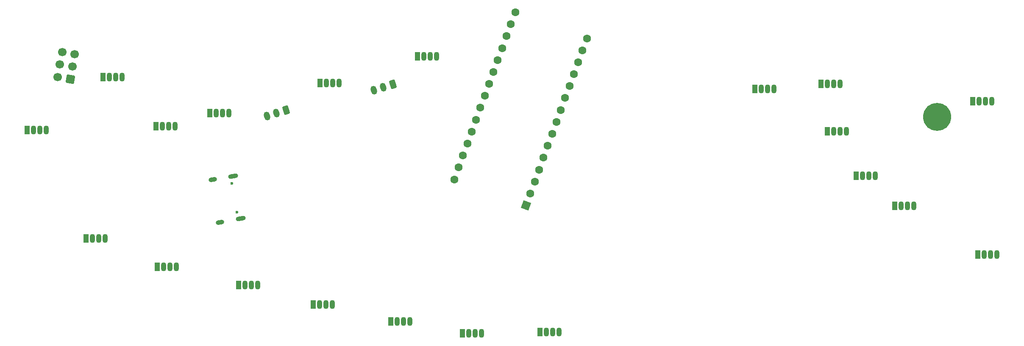
<source format=gbr>
%TF.GenerationSoftware,KiCad,Pcbnew,9.0.6*%
%TF.CreationDate,2025-11-25T23:45:01-06:00*%
%TF.ProjectId,1745LightUpBoard,31373435-4c69-4676-9874-5570426f6172,rev?*%
%TF.SameCoordinates,Original*%
%TF.FileFunction,Soldermask,Bot*%
%TF.FilePolarity,Negative*%
%FSLAX46Y46*%
G04 Gerber Fmt 4.6, Leading zero omitted, Abs format (unit mm)*
G04 Created by KiCad (PCBNEW 9.0.6) date 2025-11-25 23:45:01*
%MOMM*%
%LPD*%
G01*
G04 APERTURE LIST*
G04 Aperture macros list*
%AMRoundRect*
0 Rectangle with rounded corners*
0 $1 Rounding radius*
0 $2 $3 $4 $5 $6 $7 $8 $9 X,Y pos of 4 corners*
0 Add a 4 corners polygon primitive as box body*
4,1,4,$2,$3,$4,$5,$6,$7,$8,$9,$2,$3,0*
0 Add four circle primitives for the rounded corners*
1,1,$1+$1,$2,$3*
1,1,$1+$1,$4,$5*
1,1,$1+$1,$6,$7*
1,1,$1+$1,$8,$9*
0 Add four rect primitives between the rounded corners*
20,1,$1+$1,$2,$3,$4,$5,0*
20,1,$1+$1,$4,$5,$6,$7,0*
20,1,$1+$1,$6,$7,$8,$9,0*
20,1,$1+$1,$8,$9,$2,$3,0*%
%AMHorizOval*
0 Thick line with rounded ends*
0 $1 width*
0 $2 $3 position (X,Y) of the first rounded end (center of the circle)*
0 $4 $5 position (X,Y) of the second rounded end (center of the circle)*
0 Add line between two ends*
20,1,$1,$2,$3,$4,$5,0*
0 Add two circle primitives to create the rounded ends*
1,1,$1,$2,$3*
1,1,$1,$4,$5*%
%AMRotRect*
0 Rectangle, with rotation*
0 The origin of the aperture is its center*
0 $1 length*
0 $2 width*
0 $3 Rotation angle, in degrees counterclockwise*
0 Add horizontal line*
21,1,$1,$2,0,0,$3*%
G04 Aperture macros list end*
%ADD10C,5.600000*%
%ADD11R,1.070000X1.800000*%
%ADD12O,1.070000X1.800000*%
%ADD13RotRect,1.600000X1.600000X160.000000*%
%ADD14HorizOval,1.600000X0.000000X0.000000X0.000000X0.000000X0*%
%ADD15RoundRect,0.250000X0.151974X0.700021X-0.517439X0.495360X-0.151974X-0.700021X0.517439X-0.495360X0*%
%ADD16HorizOval,1.200000X-0.080402X0.262984X0.080402X-0.262984X0*%
%ADD17RoundRect,0.250000X0.695074X0.486696X-0.486696X0.695074X-0.695074X-0.486696X0.486696X-0.695074X0*%
%ADD18C,1.700000*%
%ADD19C,0.600000*%
%ADD20HorizOval,0.900000X0.541644X0.095506X-0.541644X-0.095506X0*%
%ADD21HorizOval,0.900000X0.393923X0.069459X-0.393923X-0.069459X0*%
G04 APERTURE END LIST*
D10*
%TO.C,REF\u002A\u002A*%
X232980000Y-70540000D03*
%TD*%
D11*
%TO.C,D15*%
X66330000Y-62600000D03*
D12*
X67600000Y-62600000D03*
X68870000Y-62600000D03*
X70140000Y-62600000D03*
%TD*%
D11*
%TO.C,D7*%
X51190000Y-73150000D03*
D12*
X52460000Y-73150000D03*
X53730000Y-73150000D03*
X55000000Y-73150000D03*
%TD*%
D11*
%TO.C,D8*%
X153685000Y-113550000D03*
D12*
X154955000Y-113550000D03*
X156225000Y-113550000D03*
X157495000Y-113550000D03*
%TD*%
D11*
%TO.C,D13*%
X77180000Y-100520000D03*
D12*
X78450000Y-100520000D03*
X79720000Y-100520000D03*
X80990000Y-100520000D03*
%TD*%
D13*
%TO.C,A1*%
X150855577Y-88253918D03*
D14*
X151724308Y-85867099D03*
X152593040Y-83480278D03*
X153461770Y-81093459D03*
X154330501Y-78706640D03*
X155199233Y-76319822D03*
X156067964Y-73933002D03*
X156936696Y-71546184D03*
X157805426Y-69159365D03*
X158674158Y-66772545D03*
X159542889Y-64385724D03*
X160411620Y-61998906D03*
X161280349Y-59612087D03*
X162149082Y-57225267D03*
X163017813Y-54838447D03*
X148696898Y-49626061D03*
X147828166Y-52012882D03*
X146959436Y-54399699D03*
X146090705Y-56786520D03*
X145221975Y-59173339D03*
X144353241Y-61560158D03*
X143484511Y-63946977D03*
X142615779Y-66333798D03*
X141747049Y-68720615D03*
X140878317Y-71107433D03*
X140009587Y-73494254D03*
X139140855Y-75881073D03*
X138272125Y-78267892D03*
X137403392Y-80654711D03*
X136534661Y-83041531D03*
%TD*%
D11*
%TO.C,D26*%
X240105000Y-67410000D03*
D12*
X241375000Y-67410000D03*
X242645000Y-67410000D03*
X243915000Y-67410000D03*
%TD*%
D11*
%TO.C,D22*%
X241120000Y-98090000D03*
D12*
X242390000Y-98090000D03*
X243660000Y-98090000D03*
X244930000Y-98090000D03*
%TD*%
D11*
%TO.C,D23*%
X216850000Y-82340000D03*
D12*
X218120000Y-82340000D03*
X219390000Y-82340000D03*
X220660000Y-82340000D03*
%TD*%
D11*
%TO.C,D20*%
X196550000Y-64980000D03*
D12*
X197820000Y-64980000D03*
X199090000Y-64980000D03*
X200360000Y-64980000D03*
%TD*%
D11*
%TO.C,D25*%
X209770000Y-63950000D03*
D12*
X211040000Y-63950000D03*
X212310000Y-63950000D03*
X213580000Y-63950000D03*
%TD*%
D11*
%TO.C,D21*%
X224535000Y-88300000D03*
D12*
X225805000Y-88300000D03*
X227075000Y-88300000D03*
X228345000Y-88300000D03*
%TD*%
D11*
%TO.C,D11*%
X108325000Y-108010000D03*
D12*
X109595000Y-108010000D03*
X110865000Y-108010000D03*
X112135000Y-108010000D03*
%TD*%
D15*
%TO.C,J3*%
X102938920Y-69228203D03*
D16*
X101026310Y-69812945D03*
X99113701Y-70397689D03*
%TD*%
D11*
%TO.C,D16*%
X76900000Y-72380000D03*
D12*
X78170000Y-72380000D03*
X79440000Y-72380000D03*
X80710000Y-72380000D03*
%TD*%
D11*
%TO.C,D18*%
X109705000Y-63750000D03*
D12*
X110975000Y-63750000D03*
X112245000Y-63750000D03*
X113515000Y-63750000D03*
%TD*%
D11*
%TO.C,D12*%
X93480000Y-104190000D03*
D12*
X94750000Y-104190000D03*
X96020000Y-104190000D03*
X97290000Y-104190000D03*
%TD*%
D17*
%TO.C,J1*%
X59818646Y-63005559D03*
D18*
X57317234Y-62564492D03*
X60259713Y-60504147D03*
X57758302Y-60063081D03*
X60700778Y-58002735D03*
X58199368Y-57561667D03*
%TD*%
D11*
%TO.C,D10*%
X123875000Y-111430000D03*
D12*
X125145000Y-111430000D03*
X126415000Y-111430000D03*
X127685000Y-111430000D03*
%TD*%
D11*
%TO.C,D14*%
X62955000Y-94820000D03*
D12*
X64225000Y-94820000D03*
X65495000Y-94820000D03*
X66765000Y-94820000D03*
%TD*%
D15*
%TO.C,J4*%
X124277335Y-64008206D03*
D16*
X122364725Y-64592948D03*
X120452115Y-65177693D03*
%TD*%
D11*
%TO.C,D24*%
X211020000Y-73460000D03*
D12*
X212290000Y-73460000D03*
X213560000Y-73460000D03*
X214830000Y-73460000D03*
%TD*%
D11*
%TO.C,D19*%
X129170000Y-58400000D03*
D12*
X130440000Y-58400000D03*
X131710000Y-58400000D03*
X132980000Y-58400000D03*
%TD*%
D11*
%TO.C,D9*%
X138120000Y-113800000D03*
D12*
X139390000Y-113800000D03*
X140660000Y-113800000D03*
X141930000Y-113800000D03*
%TD*%
D11*
%TO.C,D17*%
X87735000Y-69760000D03*
D12*
X89005000Y-69760000D03*
X90275000Y-69760000D03*
X91545000Y-69760000D03*
%TD*%
D19*
%TO.C,J2*%
X92130000Y-83870000D03*
X93133685Y-89562189D03*
D20*
X92354391Y-82378374D03*
D21*
X88247743Y-83102486D03*
D20*
X93854711Y-90887113D03*
D21*
X89748063Y-91611225D03*
%TD*%
M02*

</source>
